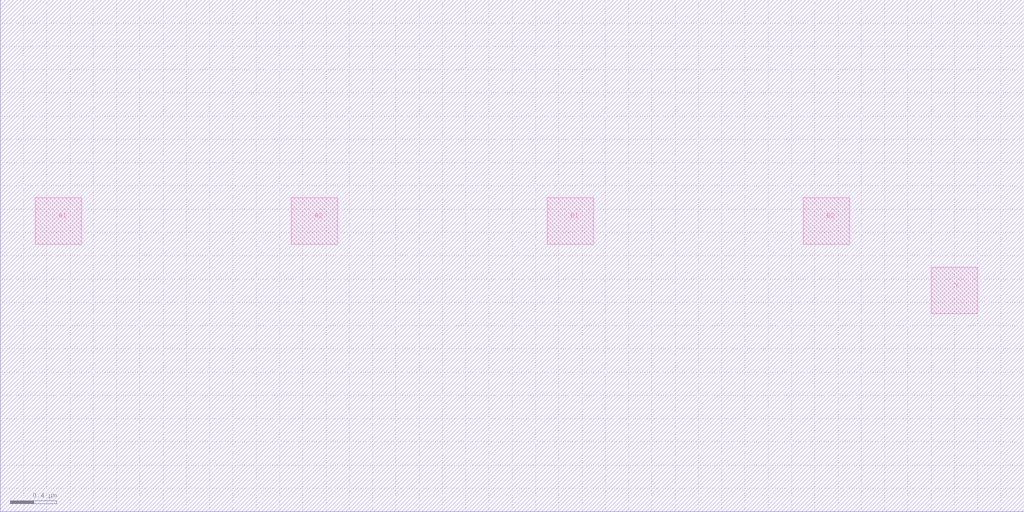
<source format=lef>
VERSION 5.7 ;
BUSBITCHARS "[]" ;
DIVIDERCHAR "/" ;

UNITS
  DATABASE MICRONS 1000 ;
END UNITS

SITE CoreSite
  CLASS CORE ;
  SIZE 1.1 BY 4.4 ;
END CoreSite

LAYER M1
    TYPE ROUTING ;
    DIRECTION HORIZONTAL ;
    SPACING 0.1 ;
    WIDTH 0.1 ;
    PITCH 0.2 ;
END M1
LAYER M2
    TYPE ROUTING ;
    DIRECTION VERTICAL ;
    SPACING 0.1 ;
    WIDTH 0.1 ;
    PITCH 0.2 ;
END M2

MACRO NOT
  CLASS CORE ;
  ORIGIN 0 0 ;
  SIZE 2.2 BY 4.4 ;
  SITE CoreSite ;

  PIN A
    DIRECTION INPUT ;
    USE SIGNAL ;
    PORT
      LAYER M1 ;
      RECT 0.3 2.3 0.7 2.7 ;
    END
  END A

  PIN Y
    DIRECTION OUTPUT ;
    USE SIGNAL ;
    PORT
      LAYER M1 ;
      RECT 1.4 1.7 1.8 2.1 ;
    END
  END Y
END NOT

MACRO NAND2
  CLASS CORE ;
  ORIGIN 0 0 ;
  SIZE 4.4 BY 4.4 ;
  SITE CoreSite ;

  PIN A1
    DIRECTION INPUT ;
    USE SIGNAL ;
    PORT
      LAYER M1 ;
      RECT 0.3 2.3 0.7 2.7 ;
    END
  END A1

  PIN A2
    DIRECTION INPUT ;
    USE SIGNAL ;
    PORT
      LAYER M1 ;
      RECT 2.5 2.3 2.9 2.7 ;
    END
  END A2

  PIN Y
    DIRECTION OUTPUT ;
    USE SIGNAL ;
    PORT
      LAYER M1 ;
      RECT 3.6 1.7 4.0 2.1 ;
    END
  END Y
END NAND2

MACRO NOR2
  CLASS CORE ;
  ORIGIN 0 0 ;
  SIZE 4.4 BY 4.4 ;
  SITE CoreSite ;

  PIN A1
    DIRECTION INPUT ;
    USE SIGNAL ;
    PORT
      LAYER M1 ;
      RECT 0.3 2.3 0.7 2.7 ;
    END
  END A1

  PIN A2
    DIRECTION INPUT ;
    USE SIGNAL ;
    PORT
      LAYER M1 ;
      RECT 2.5 2.3 2.9 2.7 ;
    END
  END A2

  PIN Y
    DIRECTION OUTPUT ;
    USE SIGNAL ;
    PORT
      LAYER M1 ;
      RECT 3.6 1.7 4.0 2.1 ;
    END
  END Y
END NOR2

MACRO AOI22
  CLASS CORE ;
  ORIGIN 0 0 ;
  SIZE 8.8 BY 4.4 ;

  SITE CoreSite ;

  PIN A1
    DIRECTION INPUT ;
    USE SIGNAL ;
    PORT
      LAYER M1 ;
      RECT 0.3 2.3 0.7 2.7 ;
    END
  END A1

  PIN A2
    DIRECTION INPUT ;
    USE SIGNAL ;
    PORT
      LAYER M1 ;
      RECT 2.5 2.3 2.9 2.7 ;
    END
  END A2

  PIN B1
    DIRECTION INPUT ;
    USE SIGNAL ;
    PORT
      LAYER M1 ;
      RECT 4.7 2.3 5.1 2.7 ;
    END
  END B1

  PIN B2
    DIRECTION INPUT ;
    USE SIGNAL ;
    PORT
      LAYER M1 ;
      RECT 6.9 2.3 7.3 2.7 ;
    END
  END B2

  PIN Y
    DIRECTION OUTPUT ;
    USE SIGNAL ;
    PORT
      LAYER M1 ;
      RECT 8 1.7 8.4 2.1 ;
    END
  END Y

END AOI22

END LIBRARY
</source>
